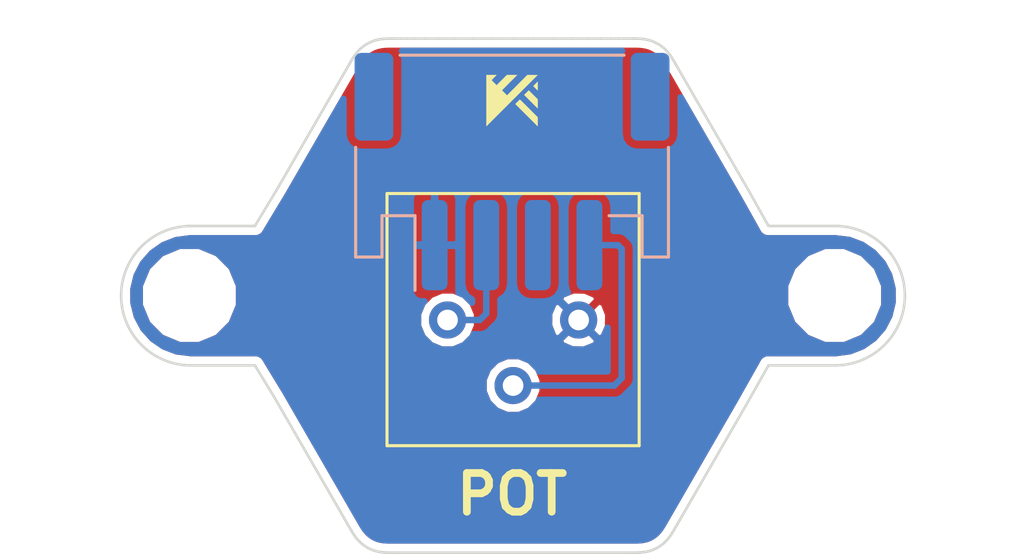
<source format=kicad_pcb>
(kicad_pcb (version 20171130) (host pcbnew 5.0.2-5.fc29)

  (general
    (thickness 1.6)
    (drawings 223)
    (tracks 8)
    (zones 0)
    (modules 5)
    (nets 5)
  )

  (page A4)
  (layers
    (0 F.Cu signal)
    (31 B.Cu signal)
    (32 B.Adhes user)
    (33 F.Adhes user)
    (34 B.Paste user)
    (35 F.Paste user)
    (36 B.SilkS user)
    (37 F.SilkS user)
    (38 B.Mask user)
    (39 F.Mask user)
    (40 Dwgs.User user)
    (41 Cmts.User user)
    (42 Eco1.User user)
    (43 Eco2.User user)
    (44 Edge.Cuts user)
    (45 Margin user)
    (46 B.CrtYd user)
    (47 F.CrtYd user)
    (48 B.Fab user)
    (49 F.Fab user)
  )

  (setup
    (last_trace_width 0.25)
    (user_trace_width 0.2)
    (user_trace_width 0.25)
    (user_trace_width 0.3)
    (user_trace_width 0.35)
    (user_trace_width 0.4)
    (trace_clearance 0.2)
    (zone_clearance 0.3)
    (zone_45_only no)
    (trace_min 0.2)
    (segment_width 0.2)
    (edge_width 0.15)
    (via_size 0.6)
    (via_drill 0.3)
    (via_min_size 0.6)
    (via_min_drill 0.3)
    (user_via 0.6 0.3)
    (uvia_size 0.3)
    (uvia_drill 0.1)
    (uvias_allowed no)
    (uvia_min_size 0.2)
    (uvia_min_drill 0.1)
    (pcb_text_width 0.3)
    (pcb_text_size 1.5 1.5)
    (mod_edge_width 0.15)
    (mod_text_size 1 1)
    (mod_text_width 0.15)
    (pad_size 1.524 1.524)
    (pad_drill 0.762)
    (pad_to_mask_clearance 0.2)
    (solder_mask_min_width 0.25)
    (aux_axis_origin 0 0)
    (visible_elements 7FFFFFFF)
    (pcbplotparams
      (layerselection 0x010fc_ffffffff)
      (usegerberextensions false)
      (usegerberattributes false)
      (usegerberadvancedattributes false)
      (creategerberjobfile false)
      (excludeedgelayer true)
      (linewidth 0.100000)
      (plotframeref false)
      (viasonmask false)
      (mode 1)
      (useauxorigin false)
      (hpglpennumber 1)
      (hpglpenspeed 20)
      (hpglpendiameter 15.000000)
      (psnegative false)
      (psa4output false)
      (plotreference true)
      (plotvalue true)
      (plotinvisibletext false)
      (padsonsilk false)
      (subtractmaskfromsilk false)
      (outputformat 1)
      (mirror false)
      (drillshape 1)
      (scaleselection 1)
      (outputdirectory ""))
  )

  (net 0 "")
  (net 1 /VCC)
  (net 2 /Signal)
  (net 3 /GND)
  (net 4 "Net-(J1-Pad3)")

  (net_class Default "This is the default net class."
    (clearance 0.2)
    (trace_width 0.25)
    (via_dia 0.6)
    (via_drill 0.3)
    (uvia_dia 0.3)
    (uvia_drill 0.1)
    (add_net /GND)
    (add_net /Signal)
    (add_net /VCC)
    (add_net "Net-(J1-Pad3)")
  )

  (module MountingHole:MountingHole_3mm locked (layer F.Cu) (tedit 5C758D56) (tstamp 5C761C63)
    (at 159 100.05)
    (descr "Mounting Hole 3mm, no annular")
    (tags "mounting hole 3mm no annular")
    (attr virtual)
    (fp_text reference REF** (at 0 -4) (layer F.SilkS) hide
      (effects (font (size 1 1) (thickness 0.15)))
    )
    (fp_text value MountingHole_3mm (at 0 4) (layer F.Fab)
      (effects (font (size 1 1) (thickness 0.15)))
    )
    (fp_text user %R (at 0.3 0) (layer F.Fab)
      (effects (font (size 1 1) (thickness 0.15)))
    )
    (fp_circle (center 0 0) (end 3 0) (layer Cmts.User) (width 0.15))
    (fp_circle (center 0 0) (end 3.25 0) (layer F.CrtYd) (width 0.05))
    (pad 1 np_thru_hole circle (at 0 0) (size 3 3) (drill 3) (layers *.Cu *.Mask))
  )

  (module Connector_JST:JST_PH_S4B-PH-SM4-TB_1x04-1MP_P2.00mm_Horizontal (layer B.Cu) (tedit 5C758A37) (tstamp 5C75F1C9)
    (at 146.5 95.25)
    (descr "JST PH series connector, S4B-PH-SM4-TB (http://www.jst-mfg.com/product/pdf/eng/ePH.pdf), generated with kicad-footprint-generator")
    (tags "connector JST PH top entry")
    (path /5AAC9290)
    (attr smd)
    (fp_text reference J1 (at 0 5.8) (layer B.SilkS) hide
      (effects (font (size 1 1) (thickness 0.15)) (justify mirror))
    )
    (fp_text value Conn_01x04 (at 0 -5.8) (layer B.Fab)
      (effects (font (size 1 1) (thickness 0.15)) (justify mirror))
    )
    (fp_line (start -5.95 3.2) (end -5.15 3.2) (layer B.Fab) (width 0.1))
    (fp_line (start -5.15 3.2) (end -5.15 1.6) (layer B.Fab) (width 0.1))
    (fp_line (start -5.15 1.6) (end 5.15 1.6) (layer B.Fab) (width 0.1))
    (fp_line (start 5.15 1.6) (end 5.15 3.2) (layer B.Fab) (width 0.1))
    (fp_line (start 5.15 3.2) (end 5.95 3.2) (layer B.Fab) (width 0.1))
    (fp_line (start -6.06 -0.94) (end -6.06 3.31) (layer B.SilkS) (width 0.12))
    (fp_line (start -6.06 3.31) (end -5.04 3.31) (layer B.SilkS) (width 0.12))
    (fp_line (start -5.04 3.31) (end -5.04 1.71) (layer B.SilkS) (width 0.12))
    (fp_line (start -5.04 1.71) (end -3.76 1.71) (layer B.SilkS) (width 0.12))
    (fp_line (start -3.76 1.71) (end -3.76 4.6) (layer B.SilkS) (width 0.12))
    (fp_line (start 6.06 -0.94) (end 6.06 3.31) (layer B.SilkS) (width 0.12))
    (fp_line (start 6.06 3.31) (end 5.04 3.31) (layer B.SilkS) (width 0.12))
    (fp_line (start 5.04 3.31) (end 5.04 1.71) (layer B.SilkS) (width 0.12))
    (fp_line (start 5.04 1.71) (end 3.76 1.71) (layer B.SilkS) (width 0.12))
    (fp_line (start -4.34 -4.51) (end 4.34 -4.51) (layer B.SilkS) (width 0.12))
    (fp_line (start -5.95 -4.4) (end 5.95 -4.4) (layer B.Fab) (width 0.1))
    (fp_line (start -5.95 3.2) (end -5.95 -4.4) (layer B.Fab) (width 0.1))
    (fp_line (start 5.95 3.2) (end 5.95 -4.4) (layer B.Fab) (width 0.1))
    (fp_line (start -6.6 5.1) (end -6.6 -5.1) (layer B.CrtYd) (width 0.05))
    (fp_line (start -6.6 -5.1) (end 6.6 -5.1) (layer B.CrtYd) (width 0.05))
    (fp_line (start 6.6 -5.1) (end 6.6 5.1) (layer B.CrtYd) (width 0.05))
    (fp_line (start 6.6 5.1) (end -6.6 5.1) (layer B.CrtYd) (width 0.05))
    (fp_line (start -3.5 1.6) (end -3 0.892893) (layer B.Fab) (width 0.1))
    (fp_line (start -3 0.892893) (end -2.5 1.6) (layer B.Fab) (width 0.1))
    (fp_text user %R (at 0 -1.5) (layer B.Fab)
      (effects (font (size 1 1) (thickness 0.15)) (justify mirror))
    )
    (pad 1 smd roundrect (at -3 2.85) (size 1 3.5) (layers B.Cu B.Paste B.Mask) (roundrect_rratio 0.25)
      (net 3 /GND))
    (pad 2 smd roundrect (at -1 2.85) (size 1 3.5) (layers B.Cu B.Paste B.Mask) (roundrect_rratio 0.25)
      (net 1 /VCC))
    (pad 3 smd roundrect (at 1 2.85) (size 1 3.5) (layers B.Cu B.Paste B.Mask) (roundrect_rratio 0.25)
      (net 4 "Net-(J1-Pad3)"))
    (pad 4 smd roundrect (at 3 2.85) (size 1 3.5) (layers B.Cu B.Paste B.Mask) (roundrect_rratio 0.25)
      (net 2 /Signal))
    (pad MP smd roundrect (at -5.35 -2.9) (size 1.5 3.4) (layers B.Cu B.Paste B.Mask) (roundrect_rratio 0.166667))
    (pad MP smd roundrect (at 5.35 -2.9) (size 1.5 3.4) (layers B.Cu B.Paste B.Mask) (roundrect_rratio 0.166667))
    (model ${KISYS3DMOD}/Connector_JST.3dshapes/JST_PH_S4B-PH-SM4-TB_1x04-1MP_P2.00mm_Horizontal.wrl
      (at (xyz 0 0 0))
      (scale (xyz 1 1 1))
      (rotate (xyz 0 0 0))
    )
  )

  (module Potentiometer_THT:Potentiometer_Bourns_3386P_Vertical (layer F.Cu) (tedit 5C758A8A) (tstamp 5C75F1B3)
    (at 144 101 270)
    (descr "Potentiometer, vertical, Bourns 3386P, https://www.bourns.com/pdfs/3386.pdf")
    (tags "Potentiometer vertical Bourns 3386P")
    (path /5C758B8F)
    (fp_text reference RV1 (at -0.015 -8.555 270) (layer F.SilkS) hide
      (effects (font (size 1 1) (thickness 0.15)))
    )
    (fp_text value R_POT (at -0.015 3.475 270) (layer F.Fab)
      (effects (font (size 1 1) (thickness 0.15)))
    )
    (fp_circle (center -0.891 -2.54) (end 0.684 -2.54) (layer F.Fab) (width 0.1))
    (fp_line (start -4.78 -7.305) (end -4.78 2.225) (layer F.Fab) (width 0.1))
    (fp_line (start -4.78 2.225) (end 4.75 2.225) (layer F.Fab) (width 0.1))
    (fp_line (start 4.75 2.225) (end 4.75 -7.305) (layer F.Fab) (width 0.1))
    (fp_line (start 4.75 -7.305) (end -4.78 -7.305) (layer F.Fab) (width 0.1))
    (fp_line (start -0.891 -0.98) (end -0.89 -4.099) (layer F.Fab) (width 0.1))
    (fp_line (start -0.891 -0.98) (end -0.89 -4.099) (layer F.Fab) (width 0.1))
    (fp_line (start -4.9 -7.425) (end 4.87 -7.425) (layer F.SilkS) (width 0.12))
    (fp_line (start -4.9 2.345) (end 4.87 2.345) (layer F.SilkS) (width 0.12))
    (fp_line (start -4.9 -7.425) (end -4.9 2.345) (layer F.SilkS) (width 0.12))
    (fp_line (start 4.87 -7.425) (end 4.87 2.345) (layer F.SilkS) (width 0.12))
    (fp_line (start -5.03 -7.56) (end -5.03 2.48) (layer F.CrtYd) (width 0.05))
    (fp_line (start -5.03 2.48) (end 5 2.48) (layer F.CrtYd) (width 0.05))
    (fp_line (start 5 2.48) (end 5 -7.56) (layer F.CrtYd) (width 0.05))
    (fp_line (start 5 -7.56) (end -5.03 -7.56) (layer F.CrtYd) (width 0.05))
    (fp_text user %R (at -3.78 -2.54) (layer F.Fab)
      (effects (font (size 1 1) (thickness 0.15)))
    )
    (pad 3 thru_hole circle (at 0 -5.08 270) (size 1.44 1.44) (drill 0.8) (layers *.Cu *.Mask)
      (net 3 /GND))
    (pad 2 thru_hole circle (at 2.54 -2.54 270) (size 1.44 1.44) (drill 0.8) (layers *.Cu *.Mask)
      (net 2 /Signal))
    (pad 1 thru_hole circle (at 0 0 270) (size 1.44 1.44) (drill 0.8) (layers *.Cu *.Mask)
      (net 1 /VCC))
    (model ${KISYS3DMOD}/Potentiometer_THT.3dshapes/Potentiometer_Bourns_3386P_Vertical.wrl
      (at (xyz 0 0 0))
      (scale (xyz 1 1 1))
      (rotate (xyz 0 0 0))
    )
  )

  (module GiraffeTech-Utility:MakerPlayground_logo_2x2mm (layer F.Cu) (tedit 0) (tstamp 5C75F68E)
    (at 146.5 92.5)
    (fp_text reference G*** (at 0 0) (layer F.SilkS) hide
      (effects (font (size 1.524 1.524) (thickness 0.3)))
    )
    (fp_text value LOGO (at 0.75 0) (layer F.SilkS) hide
      (effects (font (size 1.524 1.524) (thickness 0.3)))
    )
    (fp_poly (pts (xy 0.992188 -0.564543) (xy 0.992164 -0.528929) (xy 0.992097 -0.495895) (xy 0.991991 -0.466261)
      (xy 0.991852 -0.440843) (xy 0.991684 -0.420459) (xy 0.991492 -0.405926) (xy 0.991282 -0.398062)
      (xy 0.99116 -0.396875) (xy 0.988207 -0.399571) (xy 0.980351 -0.407199) (xy 0.968291 -0.419067)
      (xy 0.952725 -0.434484) (xy 0.934354 -0.452758) (xy 0.913876 -0.4732) (xy 0.906847 -0.480231)
      (xy 0.823563 -0.563586) (xy 0.907875 -0.647899) (xy 0.992188 -0.732211) (xy 0.992188 -0.564543)) (layer F.SilkS) (width 0.01))
    (fp_poly (pts (xy 0.992272 -0.049513) (xy 0.991238 0.124084) (xy 0.990203 0.297682) (xy 0.731231 0.038685)
      (xy 0.472259 -0.220311) (xy 0.559597 -0.307581) (xy 0.646934 -0.394851) (xy 0.992272 -0.049513)) (layer F.SilkS) (width 0.01))
    (fp_poly (pts (xy 0.306845 -0.036934) (xy 0.315366 -0.028902) (xy 0.328804 -0.015931) (xy 0.346812 0.001638)
      (xy 0.369045 0.023463) (xy 0.39516 0.049204) (xy 0.424812 0.078521) (xy 0.457655 0.111071)
      (xy 0.493344 0.146515) (xy 0.531535 0.184511) (xy 0.571883 0.224719) (xy 0.614044 0.266798)
      (xy 0.649934 0.302669) (xy 0.992273 0.645025) (xy 0.990203 0.990203) (xy 0.559594 0.560703)
      (xy 0.128984 0.131202) (xy 0.214278 0.045757) (xy 0.235683 0.024442) (xy 0.255382 0.005068)
      (xy 0.272657 -0.011676) (xy 0.28679 -0.025103) (xy 0.297063 -0.034528) (xy 0.302757 -0.039261)
      (xy 0.303583 -0.039687) (xy 0.306845 -0.036934)) (layer F.SilkS) (width 0.01))
    (fp_poly (pts (xy 0.790777 -0.991434) (xy 0.988227 -0.990203) (xy -0.992187 0.990197) (xy -0.992187 -0.992187)
      (xy -0.601395 -0.992187) (xy -0.646963 -0.945555) (xy -0.665935 -0.926151) (xy -0.688266 -0.903332)
      (xy -0.711752 -0.879346) (xy -0.734194 -0.856442) (xy -0.745114 -0.845303) (xy -0.797697 -0.791685)
      (xy -0.698482 -0.692529) (xy -0.599266 -0.593373) (xy -0.399829 -0.79278) (xy -0.200393 -0.992187)
      (xy 0.195473 -0.992187) (xy -0.099139 -0.695955) (xy -0.39375 -0.399723) (xy -0.194618 -0.200591)
      (xy 0.199355 -0.596628) (xy 0.593328 -0.992663) (xy 0.790777 -0.991434)) (layer F.SilkS) (width 0.01))
  )

  (module MountingHole:MountingHole_3mm locked (layer F.Cu) (tedit 5C758D56) (tstamp 5C759DC9)
    (at 134 100.05)
    (descr "Mounting Hole 3mm, no annular")
    (tags "mounting hole 3mm no annular")
    (attr virtual)
    (fp_text reference REF** (at 0 -4) (layer F.SilkS) hide
      (effects (font (size 1 1) (thickness 0.15)))
    )
    (fp_text value MountingHole_3mm (at 0 4) (layer F.Fab)
      (effects (font (size 1 1) (thickness 0.15)))
    )
    (fp_circle (center 0 0) (end 3.25 0) (layer F.CrtYd) (width 0.05))
    (fp_circle (center 0 0) (end 3 0) (layer Cmts.User) (width 0.15))
    (fp_text user %R (at 0.3 0) (layer F.Fab)
      (effects (font (size 1 1) (thickness 0.15)))
    )
    (pad 1 np_thru_hole circle (at 0 0) (size 3 3) (drill 3) (layers *.Cu *.Mask))
  )

  (gr_arc (start 159.037 100.0583) (end 159.037 102.7583) (angle -180) (layer Edge.Cuts) (width 0.1))
  (gr_line (start 140.353 109.2893) (end 140.392 109.3483) (layer Edge.Cuts) (width 0.1))
  (gr_line (start 146.333 110.0153) (end 147.13 110.0153) (layer Edge.Cuts) (width 0.1))
  (gr_line (start 151.236 90.097) (end 151.196 90.097) (layer Edge.Cuts) (width 0.1))
  (gr_line (start 141.789 110.0153) (end 141.83 110.0153) (layer Edge.Cuts) (width 0.1))
  (gr_line (start 141.621 110.0123) (end 141.684 110.0143) (layer Edge.Cuts) (width 0.1))
  (gr_line (start 140.202 91.0746) (end 140.167 91.1363) (layer Edge.Cuts) (width 0.1))
  (gr_line (start 140.111 91.232) (end 140.029 91.3751) (layer Edge.Cuts) (width 0.1))
  (gr_line (start 140.537 109.5323) (end 140.594 109.5913) (layer Edge.Cuts) (width 0.1))
  (gr_line (start 141.162 109.9363) (end 141.242 109.9593) (layer Edge.Cuts) (width 0.1))
  (gr_line (start 141.027 90.2281) (end 140.951 90.2641) (layer Edge.Cuts) (width 0.1))
  (gr_line (start 140.672 90.4497) (end 140.61 90.5054) (layer Edge.Cuts) (width 0.1))
  (gr_line (start 152.733 109.2063) (end 152.761 109.1593) (layer Edge.Cuts) (width 0.1))
  (gr_line (start 152.525 109.4993) (end 152.575 109.4373) (layer Edge.Cuts) (width 0.1))
  (gr_line (start 140.318 109.2343) (end 140.353 109.2893) (layer Edge.Cuts) (width 0.1))
  (gr_line (start 140.261 109.1403) (end 140.287 109.1843) (layer Edge.Cuts) (width 0.1))
  (gr_line (start 152.575 109.4373) (end 152.621 109.3763) (layer Edge.Cuts) (width 0.1))
  (gr_line (start 152.826 109.0473) (end 152.859 108.9903) (layer Edge.Cuts) (width 0.1))
  (gr_line (start 155.266 95.2918) (end 154.867 94.6008) (layer Edge.Cuts) (width 0.1))
  (gr_line (start 140.295 90.9153) (end 140.268 90.961) (layer Edge.Cuts) (width 0.1))
  (gr_line (start 138.483 106.0603) (end 138.854 106.7023) (layer Edge.Cuts) (width 0.1))
  (gr_line (start 139.699 108.1663) (end 139.872 108.4663) (layer Edge.Cuts) (width 0.1))
  (gr_line (start 148.63 110.0153) (end 149.275 110.0153) (layer Edge.Cuts) (width 0.1))
  (gr_arc (start 134.037 100.0583) (end 134.037 97.3583) (angle -180) (layer Edge.Cuts) (width 0.1))
  (gr_line (start 155.158 105.0083) (end 155.555 104.3203) (layer Edge.Cuts) (width 0.1))
  (gr_line (start 154.76 105.6963) (end 155.158 105.0083) (layer Edge.Cuts) (width 0.1))
  (gr_line (start 153.787 92.7302) (end 153.513 92.2565) (layer Edge.Cuts) (width 0.1))
  (gr_line (start 153.513 92.2565) (end 153.298 91.8832) (layer Edge.Cuts) (width 0.1))
  (gr_line (start 139.188 107.2823) (end 139.473 107.7743) (layer Edge.Cuts) (width 0.1))
  (gr_line (start 140.24 109.1043) (end 140.261 109.1403) (layer Edge.Cuts) (width 0.1))
  (gr_line (start 141.93 110.0153) (end 142.021 110.0153) (layer Edge.Cuts) (width 0.1))
  (gr_line (start 152.633 90.753) (end 152.588 90.6918) (layer Edge.Cuts) (width 0.1))
  (gr_line (start 149.937 90.097) (end 149.432 90.097) (layer Edge.Cuts) (width 0.1))
  (gr_line (start 138.586 93.8739) (end 138.198 94.5452) (layer Edge.Cuts) (width 0.1))
  (gr_line (start 138.198 94.5452) (end 137.8 95.2357) (layer Edge.Cuts) (width 0.1))
  (gr_line (start 151.935 90.199) (end 151.856 90.1719) (layer Edge.Cuts) (width 0.1))
  (gr_line (start 159.037 97.3583) (end 156.437 97.3583) (layer Edge.Cuts) (width 0.1))
  (gr_line (start 147.905 110.0153) (end 148.63 110.0153) (layer Edge.Cuts) (width 0.1))
  (gr_line (start 147.343 90.097) (end 146.549 90.097) (layer Edge.Cuts) (width 0.1))
  (gr_line (start 139.911 91.579) (end 139.75 91.857) (layer Edge.Cuts) (width 0.1))
  (gr_line (start 141.263 90.1483) (end 141.184 90.1699) (layer Edge.Cuts) (width 0.1))
  (gr_line (start 140.154 108.9543) (end 140.194 109.0243) (layer Edge.Cuts) (width 0.1))
  (gr_line (start 147.13 110.0153) (end 147.905 110.0153) (layer Edge.Cuts) (width 0.1))
  (gr_line (start 142.021 110.0153) (end 142.159 110.0153) (layer Edge.Cuts) (width 0.1))
  (gr_line (start 140.719 109.7013) (end 140.787 109.7513) (layer Edge.Cuts) (width 0.1))
  (gr_line (start 142.36 110.0153) (end 142.64 110.0153) (layer Edge.Cuts) (width 0.1))
  (gr_line (start 140.655 109.6483) (end 140.719 109.7013) (layer Edge.Cuts) (width 0.1))
  (gr_line (start 141.741 110.0153) (end 141.789 110.0153) (layer Edge.Cuts) (width 0.1))
  (gr_line (start 141.551 110.0073) (end 141.621 110.0123) (layer Edge.Cuts) (width 0.1))
  (gr_line (start 141.684 110.0143) (end 141.741 110.0153) (layer Edge.Cuts) (width 0.1))
  (gr_line (start 145.754 90.097) (end 144.986 90.097) (layer Edge.Cuts) (width 0.1))
  (gr_line (start 140.194 109.0243) (end 140.22 109.0693) (layer Edge.Cuts) (width 0.1))
  (gr_line (start 140.22 109.0693) (end 140.24 109.1043) (layer Edge.Cuts) (width 0.1))
  (gr_line (start 141.401 109.9913) (end 141.478 110.0013) (layer Edge.Cuts) (width 0.1))
  (gr_line (start 142.053 90.097) (end 141.951 90.097) (layer Edge.Cuts) (width 0.1))
  (gr_line (start 140.498 90.6251) (end 140.449 90.6868) (layer Edge.Cuts) (width 0.1))
  (gr_line (start 151.468 90.1039) (end 151.4 90.1) (layer Edge.Cuts) (width 0.1))
  (gr_line (start 140.287 109.1843) (end 140.318 109.2343) (layer Edge.Cuts) (width 0.1))
  (gr_line (start 139.473 107.7743) (end 139.699 108.1663) (layer Edge.Cuts) (width 0.1))
  (gr_line (start 151.697 90.1326) (end 151.618 90.1196) (layer Edge.Cuts) (width 0.1))
  (gr_line (start 152.809 91.0364) (end 152.789 91.0024) (layer Edge.Cuts) (width 0.1))
  (gr_line (start 150.627 90.097) (end 150.33 90.097) (layer Edge.Cuts) (width 0.1))
  (gr_line (start 140.931 109.8383) (end 141.006 109.8753) (layer Edge.Cuts) (width 0.1))
  (gr_line (start 138.091 105.3813) (end 138.483 106.0603) (layer Edge.Cuts) (width 0.1))
  (gr_line (start 151.067 110.0153) (end 151.138 110.0153) (layer Edge.Cuts) (width 0.1))
  (gr_line (start 151.45 110.0103) (end 151.521 110.0043) (layer Edge.Cuts) (width 0.1))
  (gr_line (start 152.87 91.1426) (end 152.833 91.0786) (layer Edge.Cuts) (width 0.1))
  (gr_line (start 144.096 110.0153) (end 144.787 110.0153) (layer Edge.Cuts) (width 0.1))
  (gr_line (start 136.537 102.7583) (end 137.3 104.0113) (layer Edge.Cuts) (width 0.1))
  (gr_line (start 140.877 90.3045) (end 140.806 90.3491) (layer Edge.Cuts) (width 0.1))
  (gr_line (start 143.133 90.097) (end 142.731 90.097) (layer Edge.Cuts) (width 0.1))
  (gr_line (start 149.432 90.097) (end 148.813 90.097) (layer Edge.Cuts) (width 0.1))
  (gr_line (start 144.274 90.097) (end 143.648 90.097) (layer Edge.Cuts) (width 0.1))
  (gr_line (start 140.327 90.8636) (end 140.295 90.9153) (layer Edge.Cuts) (width 0.1))
  (gr_line (start 151.185 110.0153) (end 151.224 110.0153) (layer Edge.Cuts) (width 0.1))
  (gr_line (start 153.298 91.8832) (end 153.134 91.5986) (layer Edge.Cuts) (width 0.1))
  (gr_line (start 153.134 91.5986) (end 153.013 91.3892) (layer Edge.Cuts) (width 0.1))
  (gr_line (start 139.271 92.6881) (end 138.948 93.2466) (layer Edge.Cuts) (width 0.1))
  (gr_line (start 140.226 91.0335) (end 140.202 91.0746) (layer Edge.Cuts) (width 0.1))
  (gr_line (start 152.302 90.4016) (end 152.233 90.3529) (layer Edge.Cuts) (width 0.1))
  (gr_line (start 141.322 109.9773) (end 141.401 109.9913) (layer Edge.Cuts) (width 0.1))
  (gr_line (start 142.427 90.097) (end 142.206 90.097) (layer Edge.Cuts) (width 0.1))
  (gr_line (start 141.422 90.1187) (end 141.343 90.1314) (layer Edge.Cuts) (width 0.1))
  (gr_line (start 140.787 109.7513) (end 140.858 109.7963) (layer Edge.Cuts) (width 0.1))
  (gr_line (start 140.001 108.6893) (end 140.092 108.8473) (layer Edge.Cuts) (width 0.1))
  (gr_line (start 143.014 110.0153) (end 143.497 110.0153) (layer Edge.Cuts) (width 0.1))
  (gr_line (start 154.867 94.6008) (end 154.478 93.9271) (layer Edge.Cuts) (width 0.1))
  (gr_line (start 156.437 97.3583) (end 155.66 95.9749) (layer Edge.Cuts) (width 0.1))
  (gr_line (start 152.673 90.8121) (end 152.633 90.753) (layer Edge.Cuts) (width 0.1))
  (gr_line (start 144.787 110.0153) (end 145.542 110.0153) (layer Edge.Cuts) (width 0.1))
  (gr_line (start 141.006 109.8753) (end 141.084 109.9083) (layer Edge.Cuts) (width 0.1))
  (gr_line (start 151.618 90.1196) (end 151.541 90.1103) (layer Edge.Cuts) (width 0.1))
  (gr_line (start 134.037 102.7583) (end 136.537 102.7583) (layer Edge.Cuts) (width 0.1))
  (gr_line (start 152.833 91.0786) (end 152.809 91.0364) (layer Edge.Cuts) (width 0.1))
  (gr_line (start 152.428 90.51) (end 152.367 90.4541) (layer Edge.Cuts) (width 0.1))
  (gr_line (start 143.497 110.0153) (end 144.096 110.0153) (layer Edge.Cuts) (width 0.1))
  (gr_line (start 151.152 90.097) (end 151.089 90.097) (layer Edge.Cuts) (width 0.1))
  (gr_line (start 141.478 110.0013) (end 141.551 110.0073) (layer Edge.Cuts) (width 0.1))
  (gr_line (start 141.83 110.0153) (end 141.872 110.0153) (layer Edge.Cuts) (width 0.1))
  (gr_line (start 146.549 90.097) (end 145.754 90.097) (layer Edge.Cuts) (width 0.1))
  (gr_line (start 150.33 90.097) (end 149.937 90.097) (layer Edge.Cuts) (width 0.1))
  (gr_line (start 141.084 109.9083) (end 141.162 109.9363) (layer Edge.Cuts) (width 0.1))
  (gr_line (start 152.088 90.2672) (end 152.012 90.2308) (layer Edge.Cuts) (width 0.1))
  (gr_line (start 141.872 110.0153) (end 141.93 110.0153) (layer Edge.Cuts) (width 0.1))
  (gr_line (start 142.206 90.097) (end 142.053 90.097) (layer Edge.Cuts) (width 0.1))
  (gr_line (start 140.951 90.2641) (end 140.877 90.3045) (layer Edge.Cuts) (width 0.1))
  (gr_line (start 140.436 109.4093) (end 140.485 109.4713) (layer Edge.Cuts) (width 0.1))
  (gr_line (start 152.012 90.2308) (end 151.935 90.199) (layer Edge.Cuts) (width 0.1))
  (gr_line (start 140.092 108.8473) (end 140.154 108.9543) (layer Edge.Cuts) (width 0.1))
  (gr_line (start 140.167 91.1363) (end 140.111 91.232) (layer Edge.Cuts) (width 0.1))
  (gr_line (start 141.7 90.0979) (end 141.638 90.0998) (layer Edge.Cuts) (width 0.1))
  (gr_line (start 152.803 109.0853) (end 152.826 109.0473) (layer Edge.Cuts) (width 0.1))
  (gr_line (start 152.663 109.3163) (end 152.7 109.2593) (layer Edge.Cuts) (width 0.1))
  (gr_line (start 151.196 90.097) (end 151.152 90.097) (layer Edge.Cuts) (width 0.1))
  (gr_line (start 152.767 90.9644) (end 152.741 90.9192) (layer Edge.Cuts) (width 0.1))
  (gr_line (start 152.789 91.0024) (end 152.767 90.9644) (layer Edge.Cuts) (width 0.1))
  (gr_line (start 137.3 104.0113) (end 137.692 104.6903) (layer Edge.Cuts) (width 0.1))
  (gr_line (start 140.594 109.5913) (end 140.655 109.6483) (layer Edge.Cuts) (width 0.1))
  (gr_line (start 144.986 90.097) (end 144.274 90.097) (layer Edge.Cuts) (width 0.1))
  (gr_line (start 152.233 90.3529) (end 152.162 90.308) (layer Edge.Cuts) (width 0.1))
  (gr_line (start 140.392 109.3483) (end 140.436 109.4093) (layer Edge.Cuts) (width 0.1))
  (gr_line (start 152.486 90.569) (end 152.428 90.51) (layer Edge.Cuts) (width 0.1))
  (gr_line (start 152.162 90.308) (end 152.088 90.2672) (layer Edge.Cuts) (width 0.1))
  (gr_line (start 151.835 109.9473) (end 151.914 109.9213) (layer Edge.Cuts) (width 0.1))
  (gr_line (start 140.449 90.6868) (end 140.404 90.7481) (layer Edge.Cuts) (width 0.1))
  (gr_line (start 141.755 90.0971) (end 141.7 90.0979) (layer Edge.Cuts) (width 0.1))
  (gr_line (start 151.541 90.1103) (end 151.468 90.1039) (layer Edge.Cuts) (width 0.1))
  (gr_line (start 151.675 109.9843) (end 151.755 109.9683) (layer Edge.Cuts) (width 0.1))
  (gr_line (start 151.597 109.9963) (end 151.675 109.9843) (layer Edge.Cuts) (width 0.1))
  (gr_line (start 140.552 90.5641) (end 140.498 90.6251) (layer Edge.Cuts) (width 0.1))
  (gr_line (start 140.246 90.9996) (end 140.226 91.0335) (layer Edge.Cuts) (width 0.1))
  (gr_line (start 152.539 90.6301) (end 152.486 90.569) (layer Edge.Cuts) (width 0.1))
  (gr_line (start 153.707 107.5203) (end 154.021 106.9773) (layer Edge.Cuts) (width 0.1))
  (gr_line (start 153.45 107.9663) (end 153.707 107.5203) (layer Edge.Cuts) (width 0.1))
  (gr_line (start 154.478 93.9271) (end 154.113 93.2952) (layer Edge.Cuts) (width 0.1))
  (gr_line (start 154.113 93.2952) (end 153.787 92.7302) (layer Edge.Cuts) (width 0.1))
  (gr_line (start 141.57 90.1035) (end 141.498 90.1096) (layer Edge.Cuts) (width 0.1))
  (gr_line (start 141.105 90.1966) (end 141.027 90.2281) (layer Edge.Cuts) (width 0.1))
  (gr_line (start 141.242 109.9593) (end 141.322 109.9773) (layer Edge.Cuts) (width 0.1))
  (gr_line (start 140.485 109.4713) (end 140.537 109.5323) (layer Edge.Cuts) (width 0.1))
  (gr_line (start 153.013 91.3892) (end 152.927 91.2417) (layer Edge.Cuts) (width 0.1))
  (gr_line (start 155.66 95.9749) (end 155.266 95.2918) (layer Edge.Cuts) (width 0.1))
  (gr_line (start 151.283 90.0972) (end 151.236 90.097) (layer Edge.Cuts) (width 0.1))
  (gr_line (start 151.089 90.097) (end 150.991 90.097) (layer Edge.Cuts) (width 0.1))
  (gr_line (start 150.991 90.097) (end 150.842 90.097) (layer Edge.Cuts) (width 0.1))
  (gr_line (start 151.521 110.0043) (end 151.597 109.9963) (layer Edge.Cuts) (width 0.1))
  (gr_line (start 151.224 110.0153) (end 151.269 110.0153) (layer Edge.Cuts) (width 0.1))
  (gr_line (start 151.138 110.0153) (end 151.185 110.0153) (layer Edge.Cuts) (width 0.1))
  (gr_line (start 151.338 90.098) (end 151.283 90.0972) (layer Edge.Cuts) (width 0.1))
  (gr_line (start 150.791 110.0153) (end 150.956 110.0153) (layer Edge.Cuts) (width 0.1))
  (gr_line (start 141.951 90.097) (end 141.885 90.097) (layer Edge.Cuts) (width 0.1))
  (gr_line (start 140.363 90.8074) (end 140.327 90.8636) (layer Edge.Cuts) (width 0.1))
  (gr_line (start 137.692 104.6903) (end 138.091 105.3813) (layer Edge.Cuts) (width 0.1))
  (gr_line (start 151.914 109.9213) (end 151.992 109.8913) (layer Edge.Cuts) (width 0.1))
  (gr_line (start 140.858 109.7963) (end 140.931 109.8383) (layer Edge.Cuts) (width 0.1))
  (gr_line (start 149.275 110.0153) (end 149.812 110.0153) (layer Edge.Cuts) (width 0.1))
  (gr_line (start 145.542 110.0153) (end 146.333 110.0153) (layer Edge.Cuts) (width 0.1))
  (gr_line (start 150.956 110.0153) (end 151.067 110.0153) (layer Edge.Cuts) (width 0.1))
  (gr_line (start 152.927 91.2417) (end 152.87 91.1426) (layer Edge.Cuts) (width 0.1))
  (gr_line (start 134.037 97.3583) (end 136.537 97.3583) (layer Edge.Cuts) (width 0.1))
  (gr_line (start 151.856 90.1719) (end 151.776 90.1499) (layer Edge.Cuts) (width 0.1))
  (gr_line (start 152.068 109.8553) (end 152.142 109.8163) (layer Edge.Cuts) (width 0.1))
  (gr_line (start 151.383 110.0133) (end 151.45 110.0103) (layer Edge.Cuts) (width 0.1))
  (gr_line (start 151.322 110.0153) (end 151.383 110.0133) (layer Edge.Cuts) (width 0.1))
  (gr_line (start 141.498 90.1096) (end 141.422 90.1187) (layer Edge.Cuts) (width 0.1))
  (gr_line (start 141.184 90.1699) (end 141.105 90.1966) (layer Edge.Cuts) (width 0.1))
  (gr_line (start 137.8 95.2357) (end 137.404 95.9204) (layer Edge.Cuts) (width 0.1))
  (gr_line (start 141.343 90.1314) (end 141.263 90.1483) (layer Edge.Cuts) (width 0.1))
  (gr_line (start 140.268 90.961) (end 140.246 90.9996) (layer Edge.Cuts) (width 0.1))
  (gr_line (start 142.731 90.097) (end 142.427 90.097) (layer Edge.Cuts) (width 0.1))
  (gr_line (start 152.709 90.868) (end 152.673 90.8121) (layer Edge.Cuts) (width 0.1))
  (gr_line (start 149.812 110.0153) (end 150.234 110.0153) (layer Edge.Cuts) (width 0.1))
  (gr_line (start 151.992 109.8913) (end 152.068 109.8553) (layer Edge.Cuts) (width 0.1))
  (gr_line (start 140.404 90.7481) (end 140.363 90.8074) (layer Edge.Cuts) (width 0.1))
  (gr_line (start 141.84 90.097) (end 141.801 90.097) (layer Edge.Cuts) (width 0.1))
  (gr_line (start 150.234 110.0153) (end 150.555 110.0153) (layer Edge.Cuts) (width 0.1))
  (gr_line (start 152.142 109.8163) (end 152.214 109.7723) (layer Edge.Cuts) (width 0.1))
  (gr_line (start 139.75 91.857) (end 139.539 92.2226) (layer Edge.Cuts) (width 0.1))
  (gr_line (start 138.948 93.2466) (end 138.586 93.8739) (layer Edge.Cuts) (width 0.1))
  (gr_line (start 142.64 110.0153) (end 143.014 110.0153) (layer Edge.Cuts) (width 0.1))
  (gr_line (start 148.107 90.097) (end 147.343 90.097) (layer Edge.Cuts) (width 0.1))
  (gr_line (start 137.404 95.9204) (end 136.537 97.3583) (layer Edge.Cuts) (width 0.1))
  (gr_line (start 141.638 90.0998) (end 141.57 90.1035) (layer Edge.Cuts) (width 0.1))
  (gr_line (start 152.741 90.9192) (end 152.709 90.868) (layer Edge.Cuts) (width 0.1))
  (gr_line (start 148.813 90.097) (end 148.107 90.097) (layer Edge.Cuts) (width 0.1))
  (gr_line (start 143.648 90.097) (end 143.133 90.097) (layer Edge.Cuts) (width 0.1))
  (gr_line (start 140.029 91.3751) (end 139.911 91.579) (layer Edge.Cuts) (width 0.1))
  (gr_line (start 152.761 109.1593) (end 152.784 109.1193) (layer Edge.Cuts) (width 0.1))
  (gr_line (start 155.555 104.3203) (end 156.437 102.7583) (layer Edge.Cuts) (width 0.1))
  (gr_line (start 152.7 109.2593) (end 152.733 109.2063) (layer Edge.Cuts) (width 0.1))
  (gr_line (start 152.621 109.3763) (end 152.663 109.3163) (layer Edge.Cuts) (width 0.1))
  (gr_line (start 152.367 90.4541) (end 152.302 90.4016) (layer Edge.Cuts) (width 0.1))
  (gr_line (start 151.269 110.0153) (end 151.322 110.0153) (layer Edge.Cuts) (width 0.1))
  (gr_line (start 150.555 110.0153) (end 150.791 110.0153) (layer Edge.Cuts) (width 0.1))
  (gr_line (start 152.471 109.5603) (end 152.525 109.4993) (layer Edge.Cuts) (width 0.1))
  (gr_line (start 140.806 90.3491) (end 140.737 90.3976) (layer Edge.Cuts) (width 0.1))
  (gr_line (start 141.885 90.097) (end 141.84 90.097) (layer Edge.Cuts) (width 0.1))
  (gr_line (start 152.588 90.6918) (end 152.539 90.6301) (layer Edge.Cuts) (width 0.1))
  (gr_line (start 152.412 109.6183) (end 152.471 109.5603) (layer Edge.Cuts) (width 0.1))
  (gr_line (start 154.021 106.9773) (end 154.376 106.3613) (layer Edge.Cuts) (width 0.1))
  (gr_line (start 153.097 108.5773) (end 153.249 108.3143) (layer Edge.Cuts) (width 0.1))
  (gr_line (start 152.349 109.6733) (end 152.412 109.6183) (layer Edge.Cuts) (width 0.1))
  (gr_line (start 152.986 108.7693) (end 153.097 108.5773) (layer Edge.Cuts) (width 0.1))
  (gr_line (start 152.91 108.9023) (end 152.986 108.7693) (layer Edge.Cuts) (width 0.1))
  (gr_line (start 141.801 90.097) (end 141.755 90.0971) (layer Edge.Cuts) (width 0.1))
  (gr_line (start 140.737 90.3976) (end 140.672 90.4497) (layer Edge.Cuts) (width 0.1))
  (gr_line (start 142.159 110.0153) (end 142.36 110.0153) (layer Edge.Cuts) (width 0.1))
  (gr_line (start 151.776 90.1499) (end 151.697 90.1326) (layer Edge.Cuts) (width 0.1))
  (gr_line (start 151.755 109.9683) (end 151.835 109.9473) (layer Edge.Cuts) (width 0.1))
  (gr_line (start 154.376 106.3613) (end 154.76 105.6963) (layer Edge.Cuts) (width 0.1))
  (gr_line (start 152.859 108.9903) (end 152.91 108.9023) (layer Edge.Cuts) (width 0.1))
  (gr_line (start 152.283 109.7243) (end 152.349 109.6733) (layer Edge.Cuts) (width 0.1))
  (gr_line (start 152.214 109.7723) (end 152.283 109.7243) (layer Edge.Cuts) (width 0.1))
  (gr_line (start 152.784 109.1193) (end 152.803 109.0853) (layer Edge.Cuts) (width 0.1))
  (gr_line (start 153.249 108.3143) (end 153.45 107.9663) (layer Edge.Cuts) (width 0.1))
  (gr_line (start 140.61 90.5054) (end 140.552 90.5641) (layer Edge.Cuts) (width 0.1))
  (gr_line (start 139.539 92.2226) (end 139.271 92.6881) (layer Edge.Cuts) (width 0.1))
  (gr_line (start 138.854 106.7023) (end 139.188 107.2823) (layer Edge.Cuts) (width 0.1))
  (gr_line (start 139.872 108.4663) (end 140.001 108.6893) (layer Edge.Cuts) (width 0.1))
  (gr_line (start 159.037 102.7583) (end 156.437 102.7583) (layer Edge.Cuts) (width 0.1))
  (gr_line (start 150.842 90.097) (end 150.627 90.097) (layer Edge.Cuts) (width 0.1))
  (gr_line (start 151.4 90.1) (end 151.338 90.098) (layer Edge.Cuts) (width 0.1))
  (gr_text POT (at 146.5 107.75) (layer F.SilkS)
    (effects (font (size 1.5 1.5) (thickness 0.3)))
  )

  (segment (start 145.25 101) (end 144 101) (width 0.25) (layer B.Cu) (net 1))
  (segment (start 145.5 100.75) (end 145.25 101) (width 0.25) (layer B.Cu) (net 1))
  (segment (start 145.5 100.75) (end 145.5 98.1) (width 0.25) (layer B.Cu) (net 1))
  (segment (start 146.54 103.54) (end 150.46 103.54) (width 0.25) (layer B.Cu) (net 2))
  (segment (start 150.46 103.54) (end 150.75 103.25) (width 0.25) (layer B.Cu) (net 2))
  (segment (start 150.75 103.25) (end 150.75 98.25) (width 0.25) (layer B.Cu) (net 2))
  (segment (start 150.6 98.1) (end 149.5 98.1) (width 0.25) (layer B.Cu) (net 2))
  (segment (start 150.75 98.25) (end 150.6 98.1) (width 0.25) (layer B.Cu) (net 2))

  (zone (net 3) (net_name /GND) (layer F.Cu) (tstamp 0) (hatch edge 0.508)
    (connect_pads thru_hole_only (clearance 0.3))
    (min_thickness 0.25)
    (fill yes (arc_segments 16) (thermal_gap 0.3) (thermal_bridge_width 0.3))
    (polygon
      (pts
        (xy 136.5 102.8) (xy 131.3 102.8) (xy 131.3 97.3) (xy 136.5 97.3) (xy 140.5 90)
        (xy 152.5 90) (xy 156.4 97.3) (xy 161.8 97.3) (xy 161.8 102.8) (xy 156.4 102.8)
        (xy 152.3 110) (xy 140.8 110)
      )
    )
    (filled_polygon
      (pts
        (xy 151.278496 90.572184) (xy 151.326912 90.572889) (xy 151.378731 90.574561) (xy 151.433661 90.577711) (xy 151.491769 90.582805)
        (xy 151.550935 90.589952) (xy 151.607573 90.599272) (xy 151.66215 90.611224) (xy 151.715827 90.625985) (xy 151.767124 90.643582)
        (xy 151.818611 90.664846) (xy 151.870566 90.68973) (xy 151.920164 90.717076) (xy 151.968951 90.747929) (xy 152.015513 90.780792)
        (xy 152.057009 90.814308) (xy 152.097959 90.851834) (xy 152.13688 90.891426) (xy 152.173434 90.933567) (xy 152.210555 90.980309)
        (xy 152.244829 91.026922) (xy 152.276603 91.07387) (xy 152.307894 91.122458) (xy 152.332406 91.161677) (xy 152.332485 91.161908)
        (xy 152.355318 91.201346) (xy 152.355864 91.202914) (xy 152.372 91.230344) (xy 152.378584 91.241791) (xy 152.379025 91.242295)
        (xy 152.398246 91.275495) (xy 152.398363 91.27584) (xy 152.420938 91.314888) (xy 152.44323 91.354085) (xy 152.44434 91.355368)
        (xy 152.458486 91.379836) (xy 152.492633 91.439203) (xy 152.493093 91.44054) (xy 152.515953 91.479747) (xy 152.538575 91.519078)
        (xy 152.539505 91.520142) (xy 152.602211 91.62769) (xy 152.722598 91.836029) (xy 152.885616 92.118926) (xy 153.078265 92.453416)
        (xy 153.078408 92.453838) (xy 153.101572 92.493884) (xy 153.124735 92.534102) (xy 153.125029 92.534438) (xy 153.375508 92.967473)
        (xy 153.678251 93.492166) (xy 153.678289 93.492277) (xy 153.702322 93.533884) (xy 153.724953 93.573106) (xy 153.725026 93.573189)
        (xy 154.065868 94.163264) (xy 154.479039 94.878828) (xy 154.479043 94.878833) (xy 154.855133 95.530157) (xy 155.247215 96.209933)
        (xy 155.985865 97.525056) (xy 155.989561 97.543635) (xy 156.031836 97.606904) (xy 156.04576 97.631695) (xy 156.057783 97.645737)
        (xy 156.094545 97.700755) (xy 156.118726 97.716912) (xy 156.137642 97.739004) (xy 156.196641 97.768973) (xy 156.251665 97.805739)
        (xy 156.28019 97.811413) (xy 156.306119 97.824584) (xy 156.372091 97.829694) (xy 156.390221 97.8333) (xy 156.418654 97.8333)
        (xy 156.494521 97.839176) (xy 156.51253 97.8333) (xy 159.008362 97.8333) (xy 159.56691 97.900891) (xy 160.066228 98.089568)
        (xy 160.506126 98.391902) (xy 160.861212 98.790441) (xy 161.110982 99.262175) (xy 161.241018 99.779869) (xy 161.243812 100.313633)
        (xy 161.119203 100.832668) (xy 160.87439 101.306986) (xy 160.523496 101.709223) (xy 160.086789 102.016146) (xy 159.589472 102.210042)
        (xy 159.033019 102.2833) (xy 156.513086 102.2833) (xy 156.495617 102.277556) (xy 156.419195 102.2833) (xy 156.390221 102.2833)
        (xy 156.372624 102.2868) (xy 156.307182 102.291719) (xy 156.280731 102.305079) (xy 156.251665 102.310861) (xy 156.197093 102.347325)
        (xy 156.13851 102.376915) (xy 156.119184 102.399381) (xy 156.094545 102.415845) (xy 156.058085 102.470411) (xy 156.046384 102.484014)
        (xy 156.032136 102.509247) (xy 155.989561 102.572965) (xy 155.985974 102.590999) (xy 155.142556 104.084674) (xy 154.746956 104.770249)
        (xy 154.372171 105.418119) (xy 154.372047 105.418261) (xy 154.348642 105.458793) (xy 154.325417 105.498941) (xy 154.325357 105.499118)
        (xy 153.987944 106.08344) (xy 153.987809 106.083595) (xy 153.964694 106.123705) (xy 153.941263 106.164282) (xy 153.941197 106.164477)
        (xy 153.609455 106.740118) (xy 153.319037 107.242337) (xy 153.318795 107.242614) (xy 153.295512 107.283019) (xy 153.272385 107.323013)
        (xy 153.272268 107.323358) (xy 153.038683 107.728724) (xy 152.838279 108.075691) (xy 152.68493 108.341025) (xy 152.597585 108.492109)
        (xy 152.596794 108.493019) (xy 152.574205 108.53255) (xy 152.551363 108.57206) (xy 152.550974 108.573204) (xy 152.498277 108.665423)
        (xy 152.471432 108.711745) (xy 152.471361 108.711825) (xy 152.447954 108.752255) (xy 152.424574 108.792597) (xy 152.424539 108.792698)
        (xy 152.41724 108.805306) (xy 152.41656 108.80643) (xy 152.411172 108.81275) (xy 152.392369 108.846398) (xy 152.372416 108.879364)
        (xy 152.369644 108.887007) (xy 152.35105 108.919344) (xy 152.327314 108.959188) (xy 152.299153 109.004415) (xy 152.269101 109.050711)
        (xy 152.236684 109.097021) (xy 152.2004 109.145138) (xy 152.1621 109.19263) (xy 152.126265 109.233109) (xy 152.089025 109.269718)
        (xy 152.04732 109.306128) (xy 152.001982 109.341161) (xy 151.954294 109.374336) (xy 151.907196 109.403118) (xy 151.855496 109.430366)
        (xy 151.804806 109.454376) (xy 151.754397 109.473765) (xy 151.700325 109.49156) (xy 151.648026 109.505289) (xy 151.592273 109.516439)
        (xy 151.535999 109.525097) (xy 151.476124 109.5314) (xy 151.419378 109.536195) (xy 151.364526 109.538651) (xy 151.314243 109.5403)
        (xy 141.745144 109.5403) (xy 141.695705 109.539433) (xy 141.645466 109.537838) (xy 141.587358 109.533687) (xy 141.528068 109.528814)
        (xy 141.473073 109.521672) (xy 141.415632 109.511492) (xy 141.359855 109.498943) (xy 141.308014 109.484038) (xy 141.25692 109.465697)
        (xy 141.203775 109.443212) (xy 141.154747 109.419025) (xy 141.1037 109.389656) (xy 141.055153 109.358887) (xy 141.01142 109.32673)
        (xy 140.968916 109.291533) (xy 140.927173 109.252526) (xy 140.888894 109.212905) (xy 140.852189 109.169846) (xy 140.815145 109.122974)
        (xy 140.782901 109.078273) (xy 140.75153 109.030813) (xy 140.720239 108.981642) (xy 140.69337 108.938305) (xy 140.670624 108.899812)
        (xy 140.654949 108.87294) (xy 140.654688 108.872173) (xy 140.631837 108.832623) (xy 140.609206 108.793019) (xy 140.608456 108.792157)
        (xy 140.605841 108.787629) (xy 140.588908 108.757996) (xy 140.588442 108.756632) (xy 140.56572 108.717418) (xy 140.543206 108.678019)
        (xy 140.542259 108.67693) (xy 140.50342 108.609901) (xy 140.435732 108.492378) (xy 140.435585 108.491945) (xy 140.412241 108.451591)
        (xy 140.389264 108.411697) (xy 140.388967 108.411357) (xy 140.283533 108.229098) (xy 140.110697 107.929382) (xy 139.907625 107.577151)
        (xy 139.907467 107.576687) (xy 139.884336 107.536756) (xy 139.861143 107.496527) (xy 139.860818 107.496156) (xy 139.599425 107.044909)
        (xy 139.288789 106.505483) (xy 139.288672 106.505138) (xy 139.26538 106.464832) (xy 139.242282 106.424722) (xy 139.242044 106.42445)
        (xy 138.894607 105.823226) (xy 138.525747 105.184308) (xy 138.52574 105.184288) (xy 138.498773 105.137585) (xy 138.478978 105.103298)
        (xy 138.478968 105.103286) (xy 138.101593 104.449737) (xy 137.731957 103.809475) (xy 137.73003 103.804207) (xy 137.708561 103.768951)
        (xy 137.687978 103.733298) (xy 137.684289 103.729092) (xy 137.430455 103.312245) (xy 145.395 103.312245) (xy 145.395 103.767755)
        (xy 145.569316 104.18859) (xy 145.89141 104.510684) (xy 146.312245 104.685) (xy 146.767755 104.685) (xy 147.18859 104.510684)
        (xy 147.510684 104.18859) (xy 147.685 103.767755) (xy 147.685 103.312245) (xy 147.510684 102.89141) (xy 147.18859 102.569316)
        (xy 146.767755 102.395) (xy 146.312245 102.395) (xy 145.89141 102.569316) (xy 145.569316 102.89141) (xy 145.395 103.312245)
        (xy 137.430455 103.312245) (xy 136.986458 102.583114) (xy 136.984439 102.572965) (xy 136.937503 102.50272) (xy 136.91837 102.4713)
        (xy 136.911554 102.463885) (xy 136.879455 102.415845) (xy 136.848202 102.394963) (xy 136.822768 102.367292) (xy 136.770372 102.342958)
        (xy 136.722335 102.310861) (xy 136.685469 102.303528) (xy 136.651382 102.287697) (xy 136.593668 102.285267) (xy 136.583779 102.2833)
        (xy 136.546948 102.2833) (xy 136.462584 102.279748) (xy 136.452872 102.2833) (xy 134.065638 102.2833) (xy 133.50709 102.215709)
        (xy 133.007772 102.027032) (xy 132.567871 101.724697) (xy 132.212788 101.32616) (xy 131.963019 100.854427) (xy 131.832982 100.33673)
        (xy 131.830188 99.802966) (xy 131.862807 99.667094) (xy 132.075 99.667094) (xy 132.075 100.432906) (xy 132.368064 101.140425)
        (xy 132.909575 101.681936) (xy 133.617094 101.975) (xy 134.382906 101.975) (xy 135.090425 101.681936) (xy 135.631936 101.140425)
        (xy 135.784441 100.772245) (xy 142.855 100.772245) (xy 142.855 101.227755) (xy 143.029316 101.64859) (xy 143.35141 101.970684)
        (xy 143.772245 102.145) (xy 144.227755 102.145) (xy 144.64859 101.970684) (xy 144.851436 101.767838) (xy 148.347517 101.767838)
        (xy 148.414184 101.95895) (xy 148.83184 102.140751) (xy 149.287276 102.148882) (xy 149.711156 101.982108) (xy 149.745816 101.95895)
        (xy 149.812483 101.767838) (xy 149.08 101.035355) (xy 148.347517 101.767838) (xy 144.851436 101.767838) (xy 144.970684 101.64859)
        (xy 145.145 101.227755) (xy 145.145 101.207276) (xy 147.931118 101.207276) (xy 148.097892 101.631156) (xy 148.12105 101.665816)
        (xy 148.312162 101.732483) (xy 149.044645 101) (xy 149.115355 101) (xy 149.847838 101.732483) (xy 150.03895 101.665816)
        (xy 150.220751 101.24816) (xy 150.228882 100.792724) (xy 150.062108 100.368844) (xy 150.03895 100.334184) (xy 149.847838 100.267517)
        (xy 149.115355 101) (xy 149.044645 101) (xy 148.312162 100.267517) (xy 148.12105 100.334184) (xy 147.939249 100.75184)
        (xy 147.931118 101.207276) (xy 145.145 101.207276) (xy 145.145 100.772245) (xy 144.970684 100.35141) (xy 144.851436 100.232162)
        (xy 148.347517 100.232162) (xy 149.08 100.964645) (xy 149.812483 100.232162) (xy 149.745816 100.04105) (xy 149.32816 99.859249)
        (xy 148.872724 99.851118) (xy 148.448844 100.017892) (xy 148.414184 100.04105) (xy 148.347517 100.232162) (xy 144.851436 100.232162)
        (xy 144.64859 100.029316) (xy 144.227755 99.855) (xy 143.772245 99.855) (xy 143.35141 100.029316) (xy 143.029316 100.35141)
        (xy 142.855 100.772245) (xy 135.784441 100.772245) (xy 135.925 100.432906) (xy 135.925 99.667094) (xy 157.075 99.667094)
        (xy 157.075 100.432906) (xy 157.368064 101.140425) (xy 157.909575 101.681936) (xy 158.617094 101.975) (xy 159.382906 101.975)
        (xy 160.090425 101.681936) (xy 160.631936 101.140425) (xy 160.925 100.432906) (xy 160.925 99.667094) (xy 160.631936 98.959575)
        (xy 160.090425 98.418064) (xy 159.382906 98.125) (xy 158.617094 98.125) (xy 157.909575 98.418064) (xy 157.368064 98.959575)
        (xy 157.075 99.667094) (xy 135.925 99.667094) (xy 135.631936 98.959575) (xy 135.090425 98.418064) (xy 134.382906 98.125)
        (xy 133.617094 98.125) (xy 132.909575 98.418064) (xy 132.368064 98.959575) (xy 132.075 99.667094) (xy 131.862807 99.667094)
        (xy 131.954797 99.283932) (xy 132.19961 98.809614) (xy 132.550504 98.407377) (xy 132.987211 98.100454) (xy 133.484528 97.906558)
        (xy 134.040981 97.8333) (xy 136.453941 97.8333) (xy 136.464676 97.837173) (xy 136.547989 97.8333) (xy 136.583779 97.8333)
        (xy 136.594694 97.831129) (xy 136.653438 97.828398) (xy 136.686501 97.812867) (xy 136.722335 97.805739) (xy 136.771242 97.77306)
        (xy 136.824474 97.748055) (xy 136.849078 97.721052) (xy 136.879455 97.700755) (xy 136.912132 97.65185) (xy 136.919621 97.643631)
        (xy 136.938085 97.613008) (xy 136.984439 97.543635) (xy 136.986666 97.532438) (xy 137.78888 96.201985) (xy 137.791762 96.198704)
        (xy 137.812996 96.16199) (xy 137.834931 96.125611) (xy 137.836415 96.121497) (xy 138.187942 95.513694) (xy 138.188171 95.513433)
        (xy 138.210999 95.473829) (xy 138.234603 95.433016) (xy 138.234718 95.432677) (xy 138.60943 94.782581) (xy 138.973924 94.151952)
        (xy 138.974029 94.151832) (xy 138.996773 94.11242) (xy 139.020658 94.071095) (xy 139.020712 94.070937) (xy 139.359447 93.483952)
        (xy 139.659002 92.965991) (xy 139.659311 92.965638) (xy 139.682397 92.925539) (xy 139.705605 92.88541) (xy 139.705756 92.884965)
        (xy 139.950813 92.459318) (xy 140.161256 92.094683) (xy 140.298641 91.857461) (xy 140.298687 91.857408) (xy 140.320409 91.819873)
        (xy 140.345487 91.776571) (xy 140.345513 91.776494) (xy 140.417201 91.65262) (xy 140.417873 91.651849) (xy 140.440591 91.612204)
        (xy 140.463549 91.572533) (xy 140.46388 91.571562) (xy 140.522063 91.470026) (xy 140.554968 91.413794) (xy 140.557074 91.411355)
        (xy 140.578593 91.37342) (xy 140.600594 91.335822) (xy 140.601646 91.33278) (xy 140.613698 91.311536) (xy 140.633242 91.278066)
        (xy 140.635514 91.275446) (xy 140.656918 91.237892) (xy 140.678877 91.200671) (xy 140.679996 91.197473) (xy 140.701476 91.161116)
        (xy 140.728946 91.116735) (xy 140.758476 91.070635) (xy 140.790867 91.023787) (xy 140.826576 90.975143) (xy 140.862075 90.930444)
        (xy 140.899034 90.888694) (xy 140.937957 90.849301) (xy 140.979501 90.811978) (xy 141.022398 90.777595) (xy 141.069075 90.744786)
        (xy 141.11736 90.714455) (xy 141.166659 90.68754) (xy 141.217772 90.663329) (xy 141.270119 90.642188) (xy 141.322805 90.624382)
        (xy 141.374819 90.61016) (xy 141.429837 90.598538) (xy 141.487957 90.589195) (xy 141.546289 90.58221) (xy 141.602979 90.577407)
        (xy 141.658175 90.574404) (xy 141.710712 90.572794) (xy 141.758981 90.572092) (xy 141.801371 90.572) (xy 151.23515 90.572)
      )
    )
  )
  (zone (net 3) (net_name /GND) (layer B.Cu) (tstamp 0) (hatch edge 0.508)
    (connect_pads (clearance 0.3))
    (min_thickness 0.25)
    (fill yes (arc_segments 16) (thermal_gap 0.3) (thermal_bridge_width 0.3))
    (polygon
      (pts
        (xy 136.5 102.8) (xy 131.3 102.8) (xy 131.3 97.3) (xy 136.5 97.3) (xy 140.5 90)
        (xy 152.5 90) (xy 156.4 97.3) (xy 161.8 97.3) (xy 161.8 102.8) (xy 156.4 102.8)
        (xy 152.3 110) (xy 140.8 110)
      )
    )
    (filled_polygon
      (pts
        (xy 150.718689 90.638502) (xy 150.666674 90.9) (xy 150.666674 93.8) (xy 150.718689 94.061498) (xy 150.866816 94.283184)
        (xy 151.088502 94.431311) (xy 151.35 94.483326) (xy 152.35 94.483326) (xy 152.611498 94.431311) (xy 152.833184 94.283184)
        (xy 152.981311 94.061498) (xy 153.033326 93.8) (xy 153.033326 92.375391) (xy 153.078265 92.453416) (xy 153.078408 92.453838)
        (xy 153.101572 92.493884) (xy 153.124735 92.534102) (xy 153.125029 92.534438) (xy 153.375508 92.967473) (xy 153.678251 93.492166)
        (xy 153.678289 93.492277) (xy 153.702322 93.533884) (xy 153.724953 93.573106) (xy 153.725026 93.573189) (xy 154.065868 94.163264)
        (xy 154.479039 94.878828) (xy 154.479043 94.878833) (xy 154.855133 95.530157) (xy 155.247215 96.209933) (xy 155.985865 97.525056)
        (xy 155.989561 97.543635) (xy 156.031836 97.606904) (xy 156.04576 97.631695) (xy 156.057783 97.645737) (xy 156.094545 97.700755)
        (xy 156.118726 97.716912) (xy 156.137642 97.739004) (xy 156.196641 97.768973) (xy 156.251665 97.805739) (xy 156.28019 97.811413)
        (xy 156.306119 97.824584) (xy 156.372091 97.829694) (xy 156.390221 97.8333) (xy 156.418654 97.8333) (xy 156.494521 97.839176)
        (xy 156.51253 97.8333) (xy 159.008362 97.8333) (xy 159.56691 97.900891) (xy 160.066228 98.089568) (xy 160.506126 98.391902)
        (xy 160.861212 98.790441) (xy 161.110982 99.262175) (xy 161.241018 99.779869) (xy 161.243812 100.313633) (xy 161.119203 100.832668)
        (xy 160.87439 101.306986) (xy 160.523496 101.709223) (xy 160.086789 102.016146) (xy 159.589472 102.210042) (xy 159.033019 102.2833)
        (xy 156.513086 102.2833) (xy 156.495617 102.277556) (xy 156.419195 102.2833) (xy 156.390221 102.2833) (xy 156.372624 102.2868)
        (xy 156.307182 102.291719) (xy 156.280731 102.305079) (xy 156.251665 102.310861) (xy 156.197093 102.347325) (xy 156.13851 102.376915)
        (xy 156.119184 102.399381) (xy 156.094545 102.415845) (xy 156.058085 102.470411) (xy 156.046384 102.484014) (xy 156.032136 102.509247)
        (xy 155.989561 102.572965) (xy 155.985974 102.590999) (xy 155.142556 104.084674) (xy 154.746956 104.770249) (xy 154.372171 105.418119)
        (xy 154.372047 105.418261) (xy 154.348642 105.458793) (xy 154.325417 105.498941) (xy 154.325357 105.499118) (xy 153.987944 106.08344)
        (xy 153.987809 106.083595) (xy 153.964694 106.123705) (xy 153.941263 106.164282) (xy 153.941197 106.164477) (xy 153.609455 106.740118)
        (xy 153.319037 107.242337) (xy 153.318795 107.242614) (xy 153.295512 107.283019) (xy 153.272385 107.323013) (xy 153.272268 107.323358)
        (xy 153.038683 107.728724) (xy 152.838279 108.075691) (xy 152.68493 108.341025) (xy 152.597585 108.492109) (xy 152.596794 108.493019)
        (xy 152.574205 108.53255) (xy 152.551363 108.57206) (xy 152.550974 108.573204) (xy 152.498277 108.665423) (xy 152.471432 108.711745)
        (xy 152.471361 108.711825) (xy 152.447954 108.752255) (xy 152.424574 108.792597) (xy 152.424539 108.792698) (xy 152.41724 108.805306)
        (xy 152.41656 108.80643) (xy 152.411172 108.81275) (xy 152.392369 108.846398) (xy 152.372416 108.879364) (xy 152.369644 108.887007)
        (xy 152.35105 108.919344) (xy 152.327314 108.959188) (xy 152.299153 109.004415) (xy 152.269101 109.050711) (xy 152.236684 109.097021)
        (xy 152.2004 109.145138) (xy 152.1621 109.19263) (xy 152.126265 109.233109) (xy 152.089025 109.269718) (xy 152.04732 109.306128)
        (xy 152.001982 109.341161) (xy 151.954294 109.374336) (xy 151.907196 109.403118) (xy 151.855496 109.430366) (xy 151.804806 109.454376)
        (xy 151.754397 109.473765) (xy 151.700325 109.49156) (xy 151.648026 109.505289) (xy 151.592273 109.516439) (xy 151.535999 109.525097)
        (xy 151.476124 109.5314) (xy 151.419378 109.536195) (xy 151.364526 109.538651) (xy 151.314243 109.5403) (xy 141.745144 109.5403)
        (xy 141.695705 109.539433) (xy 141.645466 109.537838) (xy 141.587358 109.533687) (xy 141.528068 109.528814) (xy 141.473073 109.521672)
        (xy 141.415632 109.511492) (xy 141.359855 109.498943) (xy 141.308014 109.484038) (xy 141.25692 109.465697) (xy 141.203775 109.443212)
        (xy 141.154747 109.419025) (xy 141.1037 109.389656) (xy 141.055153 109.358887) (xy 141.01142 109.32673) (xy 140.968916 109.291533)
        (xy 140.927173 109.252526) (xy 140.888894 109.212905) (xy 140.852189 109.169846) (xy 140.815145 109.122974) (xy 140.782901 109.078273)
        (xy 140.75153 109.030813) (xy 140.720239 108.981642) (xy 140.69337 108.938305) (xy 140.670624 108.899812) (xy 140.654949 108.87294)
        (xy 140.654688 108.872173) (xy 140.631837 108.832623) (xy 140.609206 108.793019) (xy 140.608456 108.792157) (xy 140.605841 108.787629)
        (xy 140.588908 108.757996) (xy 140.588442 108.756632) (xy 140.56572 108.717418) (xy 140.543206 108.678019) (xy 140.542259 108.67693)
        (xy 140.50342 108.609901) (xy 140.435732 108.492378) (xy 140.435585 108.491945) (xy 140.412241 108.451591) (xy 140.389264 108.411697)
        (xy 140.388967 108.411357) (xy 140.283533 108.229098) (xy 140.110697 107.929382) (xy 139.907625 107.577151) (xy 139.907467 107.576687)
        (xy 139.884336 107.536756) (xy 139.861143 107.496527) (xy 139.860818 107.496156) (xy 139.599425 107.044909) (xy 139.288789 106.505483)
        (xy 139.288672 106.505138) (xy 139.26538 106.464832) (xy 139.242282 106.424722) (xy 139.242044 106.42445) (xy 138.894607 105.823226)
        (xy 138.525747 105.184308) (xy 138.52574 105.184288) (xy 138.498773 105.137585) (xy 138.478978 105.103298) (xy 138.478968 105.103286)
        (xy 138.101593 104.449737) (xy 137.731957 103.809475) (xy 137.73003 103.804207) (xy 137.708561 103.768951) (xy 137.687978 103.733298)
        (xy 137.684289 103.729092) (xy 137.430455 103.312245) (xy 145.395 103.312245) (xy 145.395 103.767755) (xy 145.569316 104.18859)
        (xy 145.89141 104.510684) (xy 146.312245 104.685) (xy 146.767755 104.685) (xy 147.18859 104.510684) (xy 147.510684 104.18859)
        (xy 147.551521 104.09) (xy 150.405831 104.09) (xy 150.46 104.100775) (xy 150.514169 104.09) (xy 150.51417 104.09)
        (xy 150.674599 104.058089) (xy 150.856528 103.936528) (xy 150.887216 103.8906) (xy 151.1006 103.677216) (xy 151.146528 103.646528)
        (xy 151.268089 103.464599) (xy 151.3 103.30417) (xy 151.3 103.304169) (xy 151.310775 103.25) (xy 151.3 103.195831)
        (xy 151.3 99.667094) (xy 157.075 99.667094) (xy 157.075 100.432906) (xy 157.368064 101.140425) (xy 157.909575 101.681936)
        (xy 158.617094 101.975) (xy 159.382906 101.975) (xy 160.090425 101.681936) (xy 160.631936 101.140425) (xy 160.925 100.432906)
        (xy 160.925 99.667094) (xy 160.631936 98.959575) (xy 160.090425 98.418064) (xy 159.382906 98.125) (xy 158.617094 98.125)
        (xy 157.909575 98.418064) (xy 157.368064 98.959575) (xy 157.075 99.667094) (xy 151.3 99.667094) (xy 151.3 98.304168)
        (xy 151.310775 98.249999) (xy 151.293409 98.162696) (xy 151.268089 98.035401) (xy 151.146528 97.853472) (xy 151.1006 97.822784)
        (xy 151.027216 97.7494) (xy 150.996528 97.703472) (xy 150.814599 97.581911) (xy 150.65417 97.55) (xy 150.654169 97.55)
        (xy 150.6 97.539225) (xy 150.545831 97.55) (xy 150.433326 97.55) (xy 150.433326 96.6) (xy 150.381311 96.338502)
        (xy 150.233184 96.116816) (xy 150.011498 95.968689) (xy 149.75 95.916674) (xy 149.25 95.916674) (xy 148.988502 95.968689)
        (xy 148.766816 96.116816) (xy 148.618689 96.338502) (xy 148.566674 96.6) (xy 148.566674 99.6) (xy 148.618689 99.861498)
        (xy 148.666079 99.932422) (xy 148.448844 100.017892) (xy 148.414184 100.04105) (xy 148.347517 100.232162) (xy 149.08 100.964645)
        (xy 149.094143 100.950503) (xy 149.129498 100.985858) (xy 149.115355 101) (xy 149.847838 101.732483) (xy 150.03895 101.665816)
        (xy 150.2 101.295831) (xy 150.2 102.99) (xy 147.551521 102.99) (xy 147.510684 102.89141) (xy 147.18859 102.569316)
        (xy 146.767755 102.395) (xy 146.312245 102.395) (xy 145.89141 102.569316) (xy 145.569316 102.89141) (xy 145.395 103.312245)
        (xy 137.430455 103.312245) (xy 136.986458 102.583114) (xy 136.984439 102.572965) (xy 136.937503 102.50272) (xy 136.91837 102.4713)
        (xy 136.911554 102.463885) (xy 136.879455 102.415845) (xy 136.848202 102.394963) (xy 136.822768 102.367292) (xy 136.770372 102.342958)
        (xy 136.722335 102.310861) (xy 136.685469 102.303528) (xy 136.651382 102.287697) (xy 136.593668 102.285267) (xy 136.583779 102.2833)
        (xy 136.546948 102.2833) (xy 136.462584 102.279748) (xy 136.452872 102.2833) (xy 134.065638 102.2833) (xy 133.50709 102.215709)
        (xy 133.007772 102.027032) (xy 132.567871 101.724697) (xy 132.212788 101.32616) (xy 131.963019 100.854427) (xy 131.832982 100.33673)
        (xy 131.830188 99.802966) (xy 131.862807 99.667094) (xy 132.075 99.667094) (xy 132.075 100.432906) (xy 132.368064 101.140425)
        (xy 132.909575 101.681936) (xy 133.617094 101.975) (xy 134.382906 101.975) (xy 135.090425 101.681936) (xy 135.631936 101.140425)
        (xy 135.925 100.432906) (xy 135.925 99.667094) (xy 135.631936 98.959575) (xy 135.090425 98.418064) (xy 134.639417 98.23125)
        (xy 142.575 98.23125) (xy 142.575 99.934538) (xy 142.639702 100.090743) (xy 142.759257 100.210298) (xy 142.915462 100.275)
        (xy 143.105726 100.275) (xy 143.029316 100.35141) (xy 142.855 100.772245) (xy 142.855 101.227755) (xy 143.029316 101.64859)
        (xy 143.35141 101.970684) (xy 143.772245 102.145) (xy 144.227755 102.145) (xy 144.64859 101.970684) (xy 144.851436 101.767838)
        (xy 148.347517 101.767838) (xy 148.414184 101.95895) (xy 148.83184 102.140751) (xy 149.287276 102.148882) (xy 149.711156 101.982108)
        (xy 149.745816 101.95895) (xy 149.812483 101.767838) (xy 149.08 101.035355) (xy 148.347517 101.767838) (xy 144.851436 101.767838)
        (xy 144.970684 101.64859) (xy 145.011521 101.55) (xy 145.195831 101.55) (xy 145.25 101.560775) (xy 145.304169 101.55)
        (xy 145.30417 101.55) (xy 145.464599 101.518089) (xy 145.646528 101.396528) (xy 145.677216 101.3506) (xy 145.82054 101.207276)
        (xy 147.931118 101.207276) (xy 148.097892 101.631156) (xy 148.12105 101.665816) (xy 148.312162 101.732483) (xy 149.044645 101)
        (xy 148.312162 100.267517) (xy 148.12105 100.334184) (xy 147.939249 100.75184) (xy 147.931118 101.207276) (xy 145.82054 101.207276)
        (xy 145.850603 101.177214) (xy 145.896528 101.146528) (xy 145.996468 100.996957) (xy 146.018088 100.964601) (xy 146.018088 100.9646)
        (xy 146.018089 100.964599) (xy 146.05 100.80417) (xy 146.05 100.804166) (xy 146.060774 100.750001) (xy 146.05 100.695836)
        (xy 146.05 100.205585) (xy 146.233184 100.083184) (xy 146.381311 99.861498) (xy 146.433326 99.6) (xy 146.433326 96.6)
        (xy 146.566674 96.6) (xy 146.566674 99.6) (xy 146.618689 99.861498) (xy 146.766816 100.083184) (xy 146.988502 100.231311)
        (xy 147.25 100.283326) (xy 147.75 100.283326) (xy 148.011498 100.231311) (xy 148.233184 100.083184) (xy 148.381311 99.861498)
        (xy 148.433326 99.6) (xy 148.433326 96.6) (xy 148.381311 96.338502) (xy 148.233184 96.116816) (xy 148.011498 95.968689)
        (xy 147.75 95.916674) (xy 147.25 95.916674) (xy 146.988502 95.968689) (xy 146.766816 96.116816) (xy 146.618689 96.338502)
        (xy 146.566674 96.6) (xy 146.433326 96.6) (xy 146.381311 96.338502) (xy 146.233184 96.116816) (xy 146.011498 95.968689)
        (xy 145.75 95.916674) (xy 145.25 95.916674) (xy 144.988502 95.968689) (xy 144.766816 96.116816) (xy 144.618689 96.338502)
        (xy 144.566674 96.6) (xy 144.566674 99.6) (xy 144.618689 99.861498) (xy 144.766816 100.083184) (xy 144.95 100.205585)
        (xy 144.95 100.330726) (xy 144.64859 100.029316) (xy 144.424235 99.936385) (xy 144.425 99.934538) (xy 144.425 98.23125)
        (xy 144.31875 98.125) (xy 143.525 98.125) (xy 143.525 98.145) (xy 143.475 98.145) (xy 143.475 98.125)
        (xy 142.68125 98.125) (xy 142.575 98.23125) (xy 134.639417 98.23125) (xy 134.382906 98.125) (xy 133.617094 98.125)
        (xy 132.909575 98.418064) (xy 132.368064 98.959575) (xy 132.075 99.667094) (xy 131.862807 99.667094) (xy 131.954797 99.283932)
        (xy 132.19961 98.809614) (xy 132.550504 98.407377) (xy 132.987211 98.100454) (xy 133.484528 97.906558) (xy 134.040981 97.8333)
        (xy 136.453941 97.8333) (xy 136.464676 97.837173) (xy 136.547989 97.8333) (xy 136.583779 97.8333) (xy 136.594694 97.831129)
        (xy 136.653438 97.828398) (xy 136.686501 97.812867) (xy 136.722335 97.805739) (xy 136.771242 97.77306) (xy 136.824474 97.748055)
        (xy 136.849078 97.721052) (xy 136.879455 97.700755) (xy 136.912132 97.65185) (xy 136.919621 97.643631) (xy 136.938085 97.613008)
        (xy 136.984439 97.543635) (xy 136.986666 97.532438) (xy 137.750605 96.265462) (xy 142.575 96.265462) (xy 142.575 97.96875)
        (xy 142.68125 98.075) (xy 143.475 98.075) (xy 143.475 96.03125) (xy 143.525 96.03125) (xy 143.525 98.075)
        (xy 144.31875 98.075) (xy 144.425 97.96875) (xy 144.425 96.265462) (xy 144.360298 96.109257) (xy 144.240743 95.989702)
        (xy 144.084538 95.925) (xy 143.63125 95.925) (xy 143.525 96.03125) (xy 143.475 96.03125) (xy 143.36875 95.925)
        (xy 142.915462 95.925) (xy 142.759257 95.989702) (xy 142.639702 96.109257) (xy 142.575 96.265462) (xy 137.750605 96.265462)
        (xy 137.78888 96.201985) (xy 137.791762 96.198704) (xy 137.812996 96.16199) (xy 137.834931 96.125611) (xy 137.836415 96.121497)
        (xy 138.187942 95.513694) (xy 138.188171 95.513433) (xy 138.210999 95.473829) (xy 138.234603 95.433016) (xy 138.234718 95.432677)
        (xy 138.60943 94.782581) (xy 138.973924 94.151952) (xy 138.974029 94.151832) (xy 138.996773 94.11242) (xy 139.020658 94.071095)
        (xy 139.020712 94.070937) (xy 139.359447 93.483952) (xy 139.659002 92.965991) (xy 139.659311 92.965638) (xy 139.682397 92.925539)
        (xy 139.705605 92.88541) (xy 139.705756 92.884965) (xy 139.950813 92.459318) (xy 139.966674 92.431834) (xy 139.966674 93.8)
        (xy 140.018689 94.061498) (xy 140.166816 94.283184) (xy 140.388502 94.431311) (xy 140.65 94.483326) (xy 141.65 94.483326)
        (xy 141.911498 94.431311) (xy 142.133184 94.283184) (xy 142.281311 94.061498) (xy 142.333326 93.8) (xy 142.333326 90.9)
        (xy 142.281311 90.638502) (xy 142.236875 90.572) (xy 150.763125 90.572)
      )
    )
  )
)

</source>
